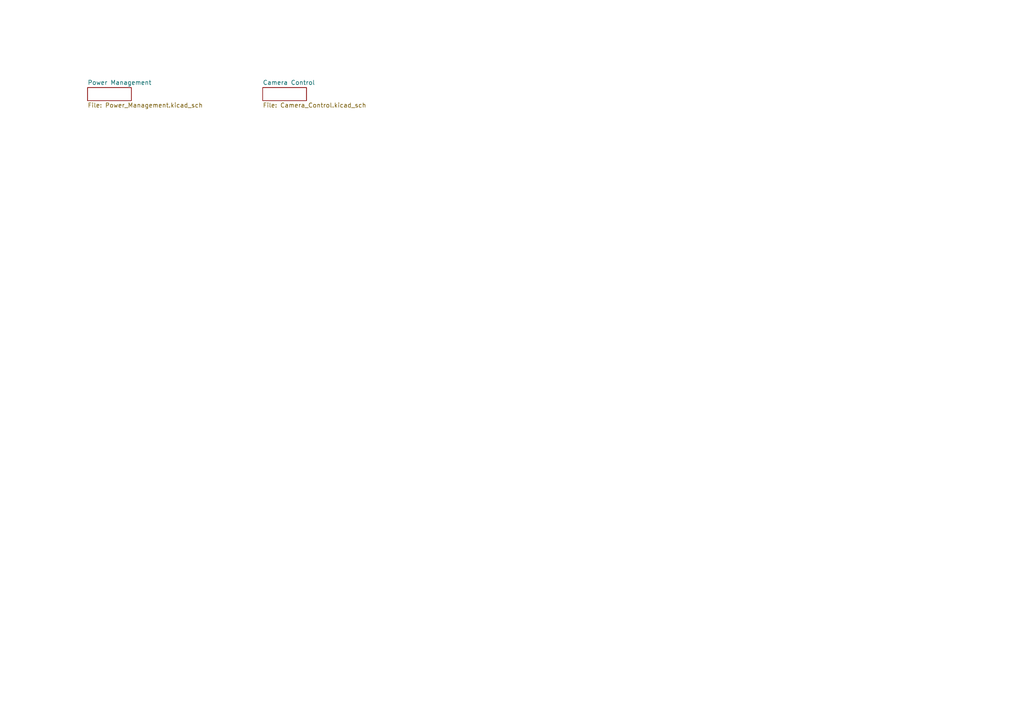
<source format=kicad_sch>
(kicad_sch (version 20230121) (generator eeschema)
  (paper "A4")
  (lib_symbols)
  (sheet (at 76.2 25.4) (size 12.7 3.81)
    (property "Sheetname" "Camera Control" (at 76.2 24.6884 0) (effects (justify left bottom)))
    (property "Sheetfile" "Camera_Control.kicad_sch" (at 76.2 29.7946 0) (effects (justify left top)))
  )
  (sheet (at 25.4 25.4) (size 12.7 3.81)
    (property "Sheetname" "Power Management" (at 25.4 24.6884 0) (effects (justify left bottom)))
    (property "Sheetfile" "Power_Management.kicad_sch" (at 25.4 29.7946 0) (effects (justify left top)))
  )
)
</source>
